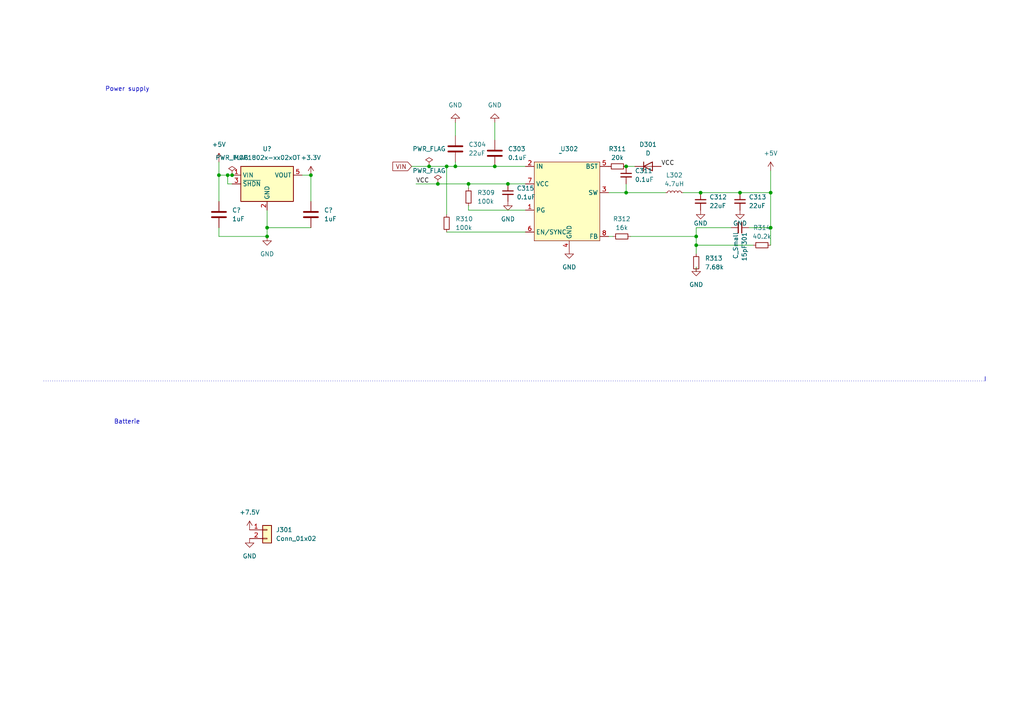
<source format=kicad_sch>
(kicad_sch (version 20230121) (generator eeschema)

  (uuid 741fb44d-17e2-4682-9f0e-101c5ca313c8)

  (paper "A4")

  (lib_symbols
    (symbol "+7.5V_1" (power) (pin_names (offset 0)) (in_bom yes) (on_board yes)
      (property "Reference" "#PWR" (at 0 -3.81 0)
        (effects (font (size 1.27 1.27)) hide)
      )
      (property "Value" "+7.5V_1" (at 0 3.556 0)
        (effects (font (size 1.27 1.27)))
      )
      (property "Footprint" "" (at 0 0 0)
        (effects (font (size 1.27 1.27)) hide)
      )
      (property "Datasheet" "" (at 0 0 0)
        (effects (font (size 1.27 1.27)) hide)
      )
      (property "ki_keywords" "global power" (at 0 0 0)
        (effects (font (size 1.27 1.27)) hide)
      )
      (property "ki_description" "Power symbol creates a global label with name \"+7.5V\"" (at 0 0 0)
        (effects (font (size 1.27 1.27)) hide)
      )
      (symbol "+7.5V_1_0_1"
        (polyline
          (pts
            (xy -0.762 1.27)
            (xy 0 2.54)
          )
          (stroke (width 0) (type default))
          (fill (type none))
        )
        (polyline
          (pts
            (xy 0 0)
            (xy 0 2.54)
          )
          (stroke (width 0) (type default))
          (fill (type none))
        )
        (polyline
          (pts
            (xy 0 2.54)
            (xy 0.762 1.27)
          )
          (stroke (width 0) (type default))
          (fill (type none))
        )
      )
      (symbol "+7.5V_1_1_1"
        (pin power_in line (at 0 0 90) (length 0) hide
          (name "+7.5V" (effects (font (size 1.27 1.27))))
          (number "1" (effects (font (size 1.27 1.27))))
        )
      )
    )
    (symbol "Connector_Generic:Conn_01x02" (pin_names (offset 1.016) hide) (in_bom yes) (on_board yes)
      (property "Reference" "J" (at 0 2.54 0)
        (effects (font (size 1.27 1.27)))
      )
      (property "Value" "Conn_01x02" (at 0 -5.08 0)
        (effects (font (size 1.27 1.27)))
      )
      (property "Footprint" "" (at 0 0 0)
        (effects (font (size 1.27 1.27)) hide)
      )
      (property "Datasheet" "~" (at 0 0 0)
        (effects (font (size 1.27 1.27)) hide)
      )
      (property "ki_keywords" "connector" (at 0 0 0)
        (effects (font (size 1.27 1.27)) hide)
      )
      (property "ki_description" "Generic connector, single row, 01x02, script generated (kicad-library-utils/schlib/autogen/connector/)" (at 0 0 0)
        (effects (font (size 1.27 1.27)) hide)
      )
      (property "ki_fp_filters" "Connector*:*_1x??_*" (at 0 0 0)
        (effects (font (size 1.27 1.27)) hide)
      )
      (symbol "Conn_01x02_1_1"
        (rectangle (start -1.27 -2.413) (end 0 -2.667)
          (stroke (width 0.1524) (type default))
          (fill (type none))
        )
        (rectangle (start -1.27 0.127) (end 0 -0.127)
          (stroke (width 0.1524) (type default))
          (fill (type none))
        )
        (rectangle (start -1.27 1.27) (end 1.27 -3.81)
          (stroke (width 0.254) (type default))
          (fill (type background))
        )
        (pin passive line (at -5.08 0 0) (length 3.81)
          (name "Pin_1" (effects (font (size 1.27 1.27))))
          (number "1" (effects (font (size 1.27 1.27))))
        )
        (pin passive line (at -5.08 -2.54 0) (length 3.81)
          (name "Pin_2" (effects (font (size 1.27 1.27))))
          (number "2" (effects (font (size 1.27 1.27))))
        )
      )
    )
    (symbol "Device:C" (pin_numbers hide) (pin_names (offset 0.254)) (in_bom yes) (on_board yes)
      (property "Reference" "C" (at 0.635 2.54 0)
        (effects (font (size 1.27 1.27)) (justify left))
      )
      (property "Value" "C" (at 0.635 -2.54 0)
        (effects (font (size 1.27 1.27)) (justify left))
      )
      (property "Footprint" "" (at 0.9652 -3.81 0)
        (effects (font (size 1.27 1.27)) hide)
      )
      (property "Datasheet" "~" (at 0 0 0)
        (effects (font (size 1.27 1.27)) hide)
      )
      (property "ki_keywords" "cap capacitor" (at 0 0 0)
        (effects (font (size 1.27 1.27)) hide)
      )
      (property "ki_description" "Unpolarized capacitor" (at 0 0 0)
        (effects (font (size 1.27 1.27)) hide)
      )
      (property "ki_fp_filters" "C_*" (at 0 0 0)
        (effects (font (size 1.27 1.27)) hide)
      )
      (symbol "C_0_1"
        (polyline
          (pts
            (xy -2.032 -0.762)
            (xy 2.032 -0.762)
          )
          (stroke (width 0.508) (type default))
          (fill (type none))
        )
        (polyline
          (pts
            (xy -2.032 0.762)
            (xy 2.032 0.762)
          )
          (stroke (width 0.508) (type default))
          (fill (type none))
        )
      )
      (symbol "C_1_1"
        (pin passive line (at 0 3.81 270) (length 2.794)
          (name "~" (effects (font (size 1.27 1.27))))
          (number "1" (effects (font (size 1.27 1.27))))
        )
        (pin passive line (at 0 -3.81 90) (length 2.794)
          (name "~" (effects (font (size 1.27 1.27))))
          (number "2" (effects (font (size 1.27 1.27))))
        )
      )
    )
    (symbol "Device:C_Small" (pin_numbers hide) (pin_names (offset 0.254) hide) (in_bom yes) (on_board yes)
      (property "Reference" "C" (at 0.254 1.778 0)
        (effects (font (size 1.27 1.27)) (justify left))
      )
      (property "Value" "C_Small" (at 0.254 -2.032 0)
        (effects (font (size 1.27 1.27)) (justify left))
      )
      (property "Footprint" "" (at 0 0 0)
        (effects (font (size 1.27 1.27)) hide)
      )
      (property "Datasheet" "~" (at 0 0 0)
        (effects (font (size 1.27 1.27)) hide)
      )
      (property "ki_keywords" "capacitor cap" (at 0 0 0)
        (effects (font (size 1.27 1.27)) hide)
      )
      (property "ki_description" "Unpolarized capacitor, small symbol" (at 0 0 0)
        (effects (font (size 1.27 1.27)) hide)
      )
      (property "ki_fp_filters" "C_*" (at 0 0 0)
        (effects (font (size 1.27 1.27)) hide)
      )
      (symbol "C_Small_0_1"
        (polyline
          (pts
            (xy -1.524 -0.508)
            (xy 1.524 -0.508)
          )
          (stroke (width 0.3302) (type default))
          (fill (type none))
        )
        (polyline
          (pts
            (xy -1.524 0.508)
            (xy 1.524 0.508)
          )
          (stroke (width 0.3048) (type default))
          (fill (type none))
        )
      )
      (symbol "C_Small_1_1"
        (pin passive line (at 0 2.54 270) (length 2.032)
          (name "~" (effects (font (size 1.27 1.27))))
          (number "1" (effects (font (size 1.27 1.27))))
        )
        (pin passive line (at 0 -2.54 90) (length 2.032)
          (name "~" (effects (font (size 1.27 1.27))))
          (number "2" (effects (font (size 1.27 1.27))))
        )
      )
    )
    (symbol "Device:D" (pin_numbers hide) (pin_names (offset 1.016) hide) (in_bom yes) (on_board yes)
      (property "Reference" "D" (at 0 2.54 0)
        (effects (font (size 1.27 1.27)))
      )
      (property "Value" "D" (at 0 -2.54 0)
        (effects (font (size 1.27 1.27)))
      )
      (property "Footprint" "" (at 0 0 0)
        (effects (font (size 1.27 1.27)) hide)
      )
      (property "Datasheet" "~" (at 0 0 0)
        (effects (font (size 1.27 1.27)) hide)
      )
      (property "Sim.Device" "D" (at 0 0 0)
        (effects (font (size 1.27 1.27)) hide)
      )
      (property "Sim.Pins" "1=K 2=A" (at 0 0 0)
        (effects (font (size 1.27 1.27)) hide)
      )
      (property "ki_keywords" "diode" (at 0 0 0)
        (effects (font (size 1.27 1.27)) hide)
      )
      (property "ki_description" "Diode" (at 0 0 0)
        (effects (font (size 1.27 1.27)) hide)
      )
      (property "ki_fp_filters" "TO-???* *_Diode_* *SingleDiode* D_*" (at 0 0 0)
        (effects (font (size 1.27 1.27)) hide)
      )
      (symbol "D_0_1"
        (polyline
          (pts
            (xy -1.27 1.27)
            (xy -1.27 -1.27)
          )
          (stroke (width 0.254) (type default))
          (fill (type none))
        )
        (polyline
          (pts
            (xy 1.27 0)
            (xy -1.27 0)
          )
          (stroke (width 0) (type default))
          (fill (type none))
        )
        (polyline
          (pts
            (xy 1.27 1.27)
            (xy 1.27 -1.27)
            (xy -1.27 0)
            (xy 1.27 1.27)
          )
          (stroke (width 0.254) (type default))
          (fill (type none))
        )
      )
      (symbol "D_1_1"
        (pin passive line (at -3.81 0 0) (length 2.54)
          (name "K" (effects (font (size 1.27 1.27))))
          (number "1" (effects (font (size 1.27 1.27))))
        )
        (pin passive line (at 3.81 0 180) (length 2.54)
          (name "A" (effects (font (size 1.27 1.27))))
          (number "2" (effects (font (size 1.27 1.27))))
        )
      )
    )
    (symbol "Device:L_Small" (pin_numbers hide) (pin_names (offset 0.254) hide) (in_bom yes) (on_board yes)
      (property "Reference" "L" (at 0.762 1.016 0)
        (effects (font (size 1.27 1.27)) (justify left))
      )
      (property "Value" "L_Small" (at 0.762 -1.016 0)
        (effects (font (size 1.27 1.27)) (justify left))
      )
      (property "Footprint" "" (at 0 0 0)
        (effects (font (size 1.27 1.27)) hide)
      )
      (property "Datasheet" "~" (at 0 0 0)
        (effects (font (size 1.27 1.27)) hide)
      )
      (property "ki_keywords" "inductor choke coil reactor magnetic" (at 0 0 0)
        (effects (font (size 1.27 1.27)) hide)
      )
      (property "ki_description" "Inductor, small symbol" (at 0 0 0)
        (effects (font (size 1.27 1.27)) hide)
      )
      (property "ki_fp_filters" "Choke_* *Coil* Inductor_* L_*" (at 0 0 0)
        (effects (font (size 1.27 1.27)) hide)
      )
      (symbol "L_Small_0_1"
        (arc (start 0 -2.032) (mid 0.5058 -1.524) (end 0 -1.016)
          (stroke (width 0) (type default))
          (fill (type none))
        )
        (arc (start 0 -1.016) (mid 0.5058 -0.508) (end 0 0)
          (stroke (width 0) (type default))
          (fill (type none))
        )
        (arc (start 0 0) (mid 0.5058 0.508) (end 0 1.016)
          (stroke (width 0) (type default))
          (fill (type none))
        )
        (arc (start 0 1.016) (mid 0.5058 1.524) (end 0 2.032)
          (stroke (width 0) (type default))
          (fill (type none))
        )
      )
      (symbol "L_Small_1_1"
        (pin passive line (at 0 2.54 270) (length 0.508)
          (name "~" (effects (font (size 1.27 1.27))))
          (number "1" (effects (font (size 1.27 1.27))))
        )
        (pin passive line (at 0 -2.54 90) (length 0.508)
          (name "~" (effects (font (size 1.27 1.27))))
          (number "2" (effects (font (size 1.27 1.27))))
        )
      )
    )
    (symbol "Device:R_Small" (pin_numbers hide) (pin_names (offset 0.254) hide) (in_bom yes) (on_board yes)
      (property "Reference" "R" (at 0.762 0.508 0)
        (effects (font (size 1.27 1.27)) (justify left))
      )
      (property "Value" "R_Small" (at 0.762 -1.016 0)
        (effects (font (size 1.27 1.27)) (justify left))
      )
      (property "Footprint" "" (at 0 0 0)
        (effects (font (size 1.27 1.27)) hide)
      )
      (property "Datasheet" "~" (at 0 0 0)
        (effects (font (size 1.27 1.27)) hide)
      )
      (property "ki_keywords" "R resistor" (at 0 0 0)
        (effects (font (size 1.27 1.27)) hide)
      )
      (property "ki_description" "Resistor, small symbol" (at 0 0 0)
        (effects (font (size 1.27 1.27)) hide)
      )
      (property "ki_fp_filters" "R_*" (at 0 0 0)
        (effects (font (size 1.27 1.27)) hide)
      )
      (symbol "R_Small_0_1"
        (rectangle (start -0.762 1.778) (end 0.762 -1.778)
          (stroke (width 0.2032) (type default))
          (fill (type none))
        )
      )
      (symbol "R_Small_1_1"
        (pin passive line (at 0 2.54 270) (length 0.762)
          (name "~" (effects (font (size 1.27 1.27))))
          (number "1" (effects (font (size 1.27 1.27))))
        )
        (pin passive line (at 0 -2.54 90) (length 0.762)
          (name "~" (effects (font (size 1.27 1.27))))
          (number "2" (effects (font (size 1.27 1.27))))
        )
      )
    )
    (symbol "GND_1" (power) (pin_names (offset 0)) (in_bom yes) (on_board yes)
      (property "Reference" "#PWR" (at 0 -6.35 0)
        (effects (font (size 1.27 1.27)) hide)
      )
      (property "Value" "GND_1" (at 0 -3.81 0)
        (effects (font (size 1.27 1.27)))
      )
      (property "Footprint" "" (at 0 0 0)
        (effects (font (size 1.27 1.27)) hide)
      )
      (property "Datasheet" "" (at 0 0 0)
        (effects (font (size 1.27 1.27)) hide)
      )
      (property "ki_keywords" "global power" (at 0 0 0)
        (effects (font (size 1.27 1.27)) hide)
      )
      (property "ki_description" "Power symbol creates a global label with name \"GND\" , ground" (at 0 0 0)
        (effects (font (size 1.27 1.27)) hide)
      )
      (symbol "GND_1_0_1"
        (polyline
          (pts
            (xy 0 0)
            (xy 0 -1.27)
            (xy 1.27 -1.27)
            (xy 0 -2.54)
            (xy -1.27 -1.27)
            (xy 0 -1.27)
          )
          (stroke (width 0) (type default))
          (fill (type none))
        )
      )
      (symbol "GND_1_1_1"
        (pin power_in line (at 0 0 270) (length 0) hide
          (name "GND" (effects (font (size 1.27 1.27))))
          (number "1" (effects (font (size 1.27 1.27))))
        )
      )
    )
    (symbol "GND_2" (power) (pin_names (offset 0)) (in_bom yes) (on_board yes)
      (property "Reference" "#PWR" (at 0 -6.35 0)
        (effects (font (size 1.27 1.27)) hide)
      )
      (property "Value" "GND_2" (at 0 -3.81 0)
        (effects (font (size 1.27 1.27)))
      )
      (property "Footprint" "" (at 0 0 0)
        (effects (font (size 1.27 1.27)) hide)
      )
      (property "Datasheet" "" (at 0 0 0)
        (effects (font (size 1.27 1.27)) hide)
      )
      (property "ki_keywords" "global power" (at 0 0 0)
        (effects (font (size 1.27 1.27)) hide)
      )
      (property "ki_description" "Power symbol creates a global label with name \"GND\" , ground" (at 0 0 0)
        (effects (font (size 1.27 1.27)) hide)
      )
      (symbol "GND_2_0_1"
        (polyline
          (pts
            (xy 0 0)
            (xy 0 -1.27)
            (xy 1.27 -1.27)
            (xy 0 -2.54)
            (xy -1.27 -1.27)
            (xy 0 -1.27)
          )
          (stroke (width 0) (type default))
          (fill (type none))
        )
      )
      (symbol "GND_2_1_1"
        (pin power_in line (at 0 0 270) (length 0) hide
          (name "GND" (effects (font (size 1.27 1.27))))
          (number "1" (effects (font (size 1.27 1.27))))
        )
      )
    )
    (symbol "GND_3" (power) (pin_names (offset 0)) (in_bom yes) (on_board yes)
      (property "Reference" "#PWR" (at 0 -6.35 0)
        (effects (font (size 1.27 1.27)) hide)
      )
      (property "Value" "GND_3" (at 0 -3.81 0)
        (effects (font (size 1.27 1.27)))
      )
      (property "Footprint" "" (at 0 0 0)
        (effects (font (size 1.27 1.27)) hide)
      )
      (property "Datasheet" "" (at 0 0 0)
        (effects (font (size 1.27 1.27)) hide)
      )
      (property "ki_keywords" "global power" (at 0 0 0)
        (effects (font (size 1.27 1.27)) hide)
      )
      (property "ki_description" "Power symbol creates a global label with name \"GND\" , ground" (at 0 0 0)
        (effects (font (size 1.27 1.27)) hide)
      )
      (symbol "GND_3_0_1"
        (polyline
          (pts
            (xy 0 0)
            (xy 0 -1.27)
            (xy 1.27 -1.27)
            (xy 0 -2.54)
            (xy -1.27 -1.27)
            (xy 0 -1.27)
          )
          (stroke (width 0) (type default))
          (fill (type none))
        )
      )
      (symbol "GND_3_1_1"
        (pin power_in line (at 0 0 270) (length 0) hide
          (name "GND" (effects (font (size 1.27 1.27))))
          (number "1" (effects (font (size 1.27 1.27))))
        )
      )
    )
    (symbol "MP1475:MP1475" (in_bom yes) (on_board yes)
      (property "Reference" "U" (at 0 0 0)
        (effects (font (size 1.27 1.27)))
      )
      (property "Value" "" (at 0 0 0)
        (effects (font (size 1.27 1.27)))
      )
      (property "Footprint" "" (at 0 0 0)
        (effects (font (size 1.27 1.27)) hide)
      )
      (property "Datasheet" "" (at 0 0 0)
        (effects (font (size 1.27 1.27)) hide)
      )
      (symbol "MP1475_1_1"
        (rectangle (start -7.62 -2.54) (end 11.43 -25.4)
          (stroke (width 0) (type default))
          (fill (type background))
        )
        (pin power_out line (at -10.16 -16.51 0) (length 2.54)
          (name "PG" (effects (font (size 1.27 1.27))))
          (number "1" (effects (font (size 1.27 1.27))))
        )
        (pin power_in line (at -10.16 -3.81 0) (length 2.54)
          (name "IN" (effects (font (size 1.27 1.27))))
          (number "2" (effects (font (size 1.27 1.27))))
        )
        (pin bidirectional line (at 13.97 -11.43 180) (length 2.54)
          (name "SW" (effects (font (size 1.27 1.27))))
          (number "3" (effects (font (size 1.27 1.27))))
        )
        (pin power_in line (at 2.54 -27.94 90) (length 2.54)
          (name "GND" (effects (font (size 1.27 1.27))))
          (number "4" (effects (font (size 1.27 1.27))))
        )
        (pin bidirectional line (at 13.97 -3.81 180) (length 2.54)
          (name "BST" (effects (font (size 1.27 1.27))))
          (number "5" (effects (font (size 1.27 1.27))))
        )
        (pin bidirectional line (at -10.16 -22.86 0) (length 2.54)
          (name "EN/SYNC" (effects (font (size 1.27 1.27))))
          (number "6" (effects (font (size 1.27 1.27))))
        )
        (pin power_in line (at -10.16 -8.89 0) (length 2.54)
          (name "VCC" (effects (font (size 1.27 1.27))))
          (number "7" (effects (font (size 1.27 1.27))))
        )
        (pin bidirectional line (at 13.97 -24.13 180) (length 2.54)
          (name "FB" (effects (font (size 1.27 1.27))))
          (number "8" (effects (font (size 1.27 1.27))))
        )
      )
    )
    (symbol "Regulator_Linear:MCP1802x-xx02xOT" (in_bom yes) (on_board yes)
      (property "Reference" "U" (at -6.35 6.35 0)
        (effects (font (size 1.27 1.27)) (justify left))
      )
      (property "Value" "MCP1802x-xx02xOT" (at 0 6.35 0)
        (effects (font (size 1.27 1.27)) (justify left))
      )
      (property "Footprint" "Package_TO_SOT_SMD:SOT-23-5" (at -6.35 8.89 0)
        (effects (font (size 1.27 1.27) italic) (justify left) hide)
      )
      (property "Datasheet" "http://ww1.microchip.com/downloads/en/DeviceDoc/22053C.pdf" (at 0 -2.54 0)
        (effects (font (size 1.27 1.27)) hide)
      )
      (property "ki_keywords" "LDO Linear Voltage Regulator" (at 0 0 0)
        (effects (font (size 1.27 1.27)) hide)
      )
      (property "ki_description" "150mA, Tiny CMOS LDO With Shutdown, Fixed Voltage, SOT-23-5" (at 0 0 0)
        (effects (font (size 1.27 1.27)) hide)
      )
      (property "ki_fp_filters" "SOT?23*" (at 0 0 0)
        (effects (font (size 1.27 1.27)) hide)
      )
      (symbol "MCP1802x-xx02xOT_0_1"
        (rectangle (start -7.62 5.08) (end 7.62 -5.08)
          (stroke (width 0.254) (type default))
          (fill (type background))
        )
      )
      (symbol "MCP1802x-xx02xOT_1_1"
        (pin power_in line (at -10.16 2.54 0) (length 2.54)
          (name "VIN" (effects (font (size 1.27 1.27))))
          (number "1" (effects (font (size 1.27 1.27))))
        )
        (pin power_in line (at 0 -7.62 90) (length 2.54)
          (name "GND" (effects (font (size 1.27 1.27))))
          (number "2" (effects (font (size 1.27 1.27))))
        )
        (pin input line (at -10.16 0 0) (length 2.54)
          (name "~{SHDN}" (effects (font (size 1.27 1.27))))
          (number "3" (effects (font (size 1.27 1.27))))
        )
        (pin no_connect line (at 7.62 0 180) (length 2.54) hide
          (name "NC" (effects (font (size 1.27 1.27))))
          (number "4" (effects (font (size 1.27 1.27))))
        )
        (pin power_out line (at 10.16 2.54 180) (length 2.54)
          (name "VOUT" (effects (font (size 1.27 1.27))))
          (number "5" (effects (font (size 1.27 1.27))))
        )
      )
    )
    (symbol "power:+3.3V" (power) (pin_names (offset 0)) (in_bom yes) (on_board yes)
      (property "Reference" "#PWR" (at 0 -3.81 0)
        (effects (font (size 1.27 1.27)) hide)
      )
      (property "Value" "+3.3V" (at 0 3.556 0)
        (effects (font (size 1.27 1.27)))
      )
      (property "Footprint" "" (at 0 0 0)
        (effects (font (size 1.27 1.27)) hide)
      )
      (property "Datasheet" "" (at 0 0 0)
        (effects (font (size 1.27 1.27)) hide)
      )
      (property "ki_keywords" "global power" (at 0 0 0)
        (effects (font (size 1.27 1.27)) hide)
      )
      (property "ki_description" "Power symbol creates a global label with name \"+3.3V\"" (at 0 0 0)
        (effects (font (size 1.27 1.27)) hide)
      )
      (symbol "+3.3V_0_1"
        (polyline
          (pts
            (xy -0.762 1.27)
            (xy 0 2.54)
          )
          (stroke (width 0) (type default))
          (fill (type none))
        )
        (polyline
          (pts
            (xy 0 0)
            (xy 0 2.54)
          )
          (stroke (width 0) (type default))
          (fill (type none))
        )
        (polyline
          (pts
            (xy 0 2.54)
            (xy 0.762 1.27)
          )
          (stroke (width 0) (type default))
          (fill (type none))
        )
      )
      (symbol "+3.3V_1_1"
        (pin power_in line (at 0 0 90) (length 0) hide
          (name "+3.3V" (effects (font (size 1.27 1.27))))
          (number "1" (effects (font (size 1.27 1.27))))
        )
      )
    )
    (symbol "power:+5V" (power) (pin_names (offset 0)) (in_bom yes) (on_board yes)
      (property "Reference" "#PWR" (at 0 -3.81 0)
        (effects (font (size 1.27 1.27)) hide)
      )
      (property "Value" "+5V" (at 0 3.556 0)
        (effects (font (size 1.27 1.27)))
      )
      (property "Footprint" "" (at 0 0 0)
        (effects (font (size 1.27 1.27)) hide)
      )
      (property "Datasheet" "" (at 0 0 0)
        (effects (font (size 1.27 1.27)) hide)
      )
      (property "ki_keywords" "global power" (at 0 0 0)
        (effects (font (size 1.27 1.27)) hide)
      )
      (property "ki_description" "Power symbol creates a global label with name \"+5V\"" (at 0 0 0)
        (effects (font (size 1.27 1.27)) hide)
      )
      (symbol "+5V_0_1"
        (polyline
          (pts
            (xy -0.762 1.27)
            (xy 0 2.54)
          )
          (stroke (width 0) (type default))
          (fill (type none))
        )
        (polyline
          (pts
            (xy 0 0)
            (xy 0 2.54)
          )
          (stroke (width 0) (type default))
          (fill (type none))
        )
        (polyline
          (pts
            (xy 0 2.54)
            (xy 0.762 1.27)
          )
          (stroke (width 0) (type default))
          (fill (type none))
        )
      )
      (symbol "+5V_1_1"
        (pin power_in line (at 0 0 90) (length 0) hide
          (name "+5V" (effects (font (size 1.27 1.27))))
          (number "1" (effects (font (size 1.27 1.27))))
        )
      )
    )
    (symbol "power:GND" (power) (pin_names (offset 0)) (in_bom yes) (on_board yes)
      (property "Reference" "#PWR" (at 0 -6.35 0)
        (effects (font (size 1.27 1.27)) hide)
      )
      (property "Value" "GND" (at 0 -3.81 0)
        (effects (font (size 1.27 1.27)))
      )
      (property "Footprint" "" (at 0 0 0)
        (effects (font (size 1.27 1.27)) hide)
      )
      (property "Datasheet" "" (at 0 0 0)
        (effects (font (size 1.27 1.27)) hide)
      )
      (property "ki_keywords" "global power" (at 0 0 0)
        (effects (font (size 1.27 1.27)) hide)
      )
      (property "ki_description" "Power symbol creates a global label with name \"GND\" , ground" (at 0 0 0)
        (effects (font (size 1.27 1.27)) hide)
      )
      (symbol "GND_0_1"
        (polyline
          (pts
            (xy 0 0)
            (xy 0 -1.27)
            (xy 1.27 -1.27)
            (xy 0 -2.54)
            (xy -1.27 -1.27)
            (xy 0 -1.27)
          )
          (stroke (width 0) (type default))
          (fill (type none))
        )
      )
      (symbol "GND_1_1"
        (pin power_in line (at 0 0 270) (length 0) hide
          (name "GND" (effects (font (size 1.27 1.27))))
          (number "1" (effects (font (size 1.27 1.27))))
        )
      )
    )
    (symbol "power:PWR_FLAG" (power) (pin_numbers hide) (pin_names (offset 0) hide) (in_bom yes) (on_board yes)
      (property "Reference" "#FLG" (at 0 1.905 0)
        (effects (font (size 1.27 1.27)) hide)
      )
      (property "Value" "PWR_FLAG" (at 0 3.81 0)
        (effects (font (size 1.27 1.27)))
      )
      (property "Footprint" "" (at 0 0 0)
        (effects (font (size 1.27 1.27)) hide)
      )
      (property "Datasheet" "~" (at 0 0 0)
        (effects (font (size 1.27 1.27)) hide)
      )
      (property "ki_keywords" "flag power" (at 0 0 0)
        (effects (font (size 1.27 1.27)) hide)
      )
      (property "ki_description" "Special symbol for telling ERC where power comes from" (at 0 0 0)
        (effects (font (size 1.27 1.27)) hide)
      )
      (symbol "PWR_FLAG_0_0"
        (pin power_out line (at 0 0 90) (length 0)
          (name "pwr" (effects (font (size 1.27 1.27))))
          (number "1" (effects (font (size 1.27 1.27))))
        )
      )
      (symbol "PWR_FLAG_0_1"
        (polyline
          (pts
            (xy 0 0)
            (xy 0 1.27)
            (xy -1.016 1.905)
            (xy 0 2.54)
            (xy 1.016 1.905)
            (xy 0 1.27)
          )
          (stroke (width 0) (type default))
          (fill (type none))
        )
      )
    )
  )

  (junction (at 214.63 55.88) (diameter 0) (color 0 0 0 0)
    (uuid 02654c86-9d6a-4f2c-bbdb-260692744b14)
  )
  (junction (at 223.52 55.88) (diameter 0) (color 0 0 0 0)
    (uuid 08335981-5c5a-4847-b50b-49f2d8136d96)
  )
  (junction (at 135.89 53.34) (diameter 0) (color 0 0 0 0)
    (uuid 148d6c29-02a6-4e5e-a5d9-6f3eb936d0b9)
  )
  (junction (at 63.5 50.8) (diameter 0) (color 0 0 0 0)
    (uuid 1680ba51-5b2f-4fea-9d52-d0299175c298)
  )
  (junction (at 67.31 50.8) (diameter 0) (color 0 0 0 0)
    (uuid 32833676-d13f-4d09-9be8-053b87267815)
  )
  (junction (at 143.51 48.26) (diameter 0) (color 0 0 0 0)
    (uuid 3d0f4cff-a69d-40ff-98f3-7f9bc6fbcd20)
  )
  (junction (at 129.54 48.26) (diameter 0) (color 0 0 0 0)
    (uuid 4b41df99-dfd8-4105-b514-c4285644acee)
  )
  (junction (at 66.04 50.8) (diameter 0) (color 0 0 0 0)
    (uuid 544af17e-978e-481d-a76f-83e44b0df0d2)
  )
  (junction (at 77.47 66.04) (diameter 0) (color 0 0 0 0)
    (uuid 614a829a-f39b-43d2-af0a-53614e1ec9f6)
  )
  (junction (at 124.46 48.26) (diameter 0) (color 0 0 0 0)
    (uuid 63c768e1-a212-4f1d-90d1-6b0a991c8845)
  )
  (junction (at 223.52 66.04) (diameter 0) (color 0 0 0 0)
    (uuid 8778cb75-a474-47e0-bdc4-54edda0aebe5)
  )
  (junction (at 147.32 53.34) (diameter 0) (color 0 0 0 0)
    (uuid bbd78521-78f3-41bb-a0fc-93d96fa24289)
  )
  (junction (at 203.2 55.88) (diameter 0) (color 0 0 0 0)
    (uuid c340ddf1-2e2a-4651-826d-0ef47ca2c87f)
  )
  (junction (at 127 53.34) (diameter 0) (color 0 0 0 0)
    (uuid c4aef3c4-73e6-41f9-b0f9-1a94455750db)
  )
  (junction (at 181.61 55.88) (diameter 0) (color 0 0 0 0)
    (uuid c540451a-ae12-4189-be2c-dd1e4ea6b468)
  )
  (junction (at 77.47 68.58) (diameter 0) (color 0 0 0 0)
    (uuid d5edf35f-173b-49b0-b415-534a389a6b38)
  )
  (junction (at 90.17 50.8) (diameter 0) (color 0 0 0 0)
    (uuid d89d2d0e-b05d-4b03-99e8-94b2340ce3f5)
  )
  (junction (at 181.61 48.26) (diameter 0) (color 0 0 0 0)
    (uuid e165a98d-a915-4c60-8ba4-2c48dd6087fd)
  )
  (junction (at 201.93 68.58) (diameter 0) (color 0 0 0 0)
    (uuid e9563763-f4d7-4199-aa0e-4f601b235627)
  )
  (junction (at 132.08 48.26) (diameter 0) (color 0 0 0 0)
    (uuid f01af5d2-7921-4191-bea2-0dbc7a16e38a)
  )
  (junction (at 201.93 71.12) (diameter 0) (color 0 0 0 0)
    (uuid f7cc4314-52ec-4ee7-9295-1ba8491f5d50)
  )

  (wire (pts (xy 201.93 66.04) (xy 201.93 68.58))
    (stroke (width 0) (type default))
    (uuid 02d79e29-7984-4b9f-b9a1-ddc29ae0ea5f)
  )
  (wire (pts (xy 182.88 68.58) (xy 201.93 68.58))
    (stroke (width 0) (type default))
    (uuid 13b36932-9af2-4595-8a1b-998e9085653b)
  )
  (polyline (pts (xy 12.7 110.49) (xy 285.75 110.49))
    (stroke (width 0) (type dot))
    (uuid 168a9580-4666-4433-96cc-2dd168434cd6)
  )

  (wire (pts (xy 63.5 66.04) (xy 63.5 68.58))
    (stroke (width 0) (type default))
    (uuid 1c206c5f-f453-48d1-a7ab-1fb2131864c9)
  )
  (wire (pts (xy 132.08 46.99) (xy 132.08 48.26))
    (stroke (width 0) (type default))
    (uuid 1d749c43-4fb8-4435-b167-443b899ac282)
  )
  (wire (pts (xy 223.52 55.88) (xy 223.52 66.04))
    (stroke (width 0) (type default))
    (uuid 1f2c355a-f347-48ca-8916-bf420ebacadc)
  )
  (wire (pts (xy 143.51 48.26) (xy 152.4 48.26))
    (stroke (width 0) (type default))
    (uuid 2190f2b0-b3cc-40f3-bcd7-94e89ddb51ba)
  )
  (wire (pts (xy 77.47 66.04) (xy 77.47 60.96))
    (stroke (width 0) (type default))
    (uuid 23cd64dc-e5d5-424e-a05d-d9c6e0d58334)
  )
  (wire (pts (xy 129.54 67.31) (xy 152.4 67.31))
    (stroke (width 0) (type default))
    (uuid 283337bc-4dc7-431f-8edb-eae62d7e91a1)
  )
  (wire (pts (xy 129.54 48.26) (xy 129.54 62.23))
    (stroke (width 0) (type default))
    (uuid 2ad88aa0-132a-4026-a37c-898345caa40f)
  )
  (wire (pts (xy 198.12 55.88) (xy 203.2 55.88))
    (stroke (width 0) (type default))
    (uuid 2efdb7cb-7ad2-4a46-873e-d98499ba273c)
  )
  (wire (pts (xy 66.04 50.8) (xy 67.31 50.8))
    (stroke (width 0) (type default))
    (uuid 329d526b-9141-471b-8958-1d3f65b0ba27)
  )
  (wire (pts (xy 67.31 53.34) (xy 66.04 53.34))
    (stroke (width 0) (type default))
    (uuid 3adbc624-5119-4e49-8955-0d76221142bf)
  )
  (wire (pts (xy 132.08 35.56) (xy 132.08 39.37))
    (stroke (width 0) (type default))
    (uuid 45c5443e-3987-4afd-9c9b-1bbdad1dee1d)
  )
  (wire (pts (xy 129.54 48.26) (xy 132.08 48.26))
    (stroke (width 0) (type default))
    (uuid 5040aec5-122b-4013-b9cc-45a2d6e2c0fe)
  )
  (wire (pts (xy 201.93 73.66) (xy 201.93 71.12))
    (stroke (width 0) (type default))
    (uuid 5fe90dbf-987d-4350-9119-5c23a31d1421)
  )
  (wire (pts (xy 181.61 53.34) (xy 181.61 55.88))
    (stroke (width 0) (type default))
    (uuid 6d2d0064-8036-4b14-b832-e334309c9f00)
  )
  (wire (pts (xy 90.17 58.42) (xy 90.17 50.8))
    (stroke (width 0) (type default))
    (uuid 6ee5dc6c-d62f-4e9e-888d-8e0fec491b78)
  )
  (wire (pts (xy 63.5 46.99) (xy 63.5 50.8))
    (stroke (width 0) (type default))
    (uuid 77d1ab61-ebc5-47b7-91f1-c091c397a887)
  )
  (wire (pts (xy 201.93 78.74) (xy 201.93 77.47))
    (stroke (width 0) (type default))
    (uuid 7a2deb35-d49b-4b07-9bb8-5b7f7290effe)
  )
  (wire (pts (xy 193.04 55.88) (xy 181.61 55.88))
    (stroke (width 0) (type default))
    (uuid 8a01aed7-b23b-4971-81a0-5fa8f4663289)
  )
  (wire (pts (xy 127 53.34) (xy 135.89 53.34))
    (stroke (width 0) (type default))
    (uuid 8acb54a5-17a6-4a7c-b254-73d3139f1920)
  )
  (wire (pts (xy 214.63 55.88) (xy 223.52 55.88))
    (stroke (width 0) (type default))
    (uuid 8ee31382-1bb4-412e-8b5c-62d14f283193)
  )
  (wire (pts (xy 177.8 68.58) (xy 176.53 68.58))
    (stroke (width 0) (type default))
    (uuid 91cf854c-f006-473a-8a38-7e76e6a2bd2a)
  )
  (wire (pts (xy 217.17 66.04) (xy 223.52 66.04))
    (stroke (width 0) (type default))
    (uuid 94756fbb-f843-4151-a39f-f022599a6913)
  )
  (wire (pts (xy 201.93 66.04) (xy 212.09 66.04))
    (stroke (width 0) (type default))
    (uuid 95e29cb5-343f-4659-94d4-b7140a0f360e)
  )
  (wire (pts (xy 223.52 66.04) (xy 223.52 71.12))
    (stroke (width 0) (type default))
    (uuid 9605adef-d5e3-4c75-8fa0-546dfe2f01be)
  )
  (wire (pts (xy 135.89 60.96) (xy 152.4 60.96))
    (stroke (width 0) (type default))
    (uuid 97844490-6fda-4e1d-b64c-e883dce88eef)
  )
  (wire (pts (xy 124.46 48.26) (xy 129.54 48.26))
    (stroke (width 0) (type default))
    (uuid 9aa62006-239f-430b-9df9-3b8bfd1245e9)
  )
  (wire (pts (xy 147.32 53.34) (xy 152.4 53.34))
    (stroke (width 0) (type default))
    (uuid 9c06df74-4c53-4d9e-8177-f3cbc831439d)
  )
  (wire (pts (xy 135.89 53.34) (xy 147.32 53.34))
    (stroke (width 0) (type default))
    (uuid 9c9a519e-50cc-49ee-9c4f-5c87354e9542)
  )
  (wire (pts (xy 66.04 53.34) (xy 66.04 50.8))
    (stroke (width 0) (type default))
    (uuid 9cd3df07-9063-4a71-9b2f-ded89c121670)
  )
  (wire (pts (xy 135.89 59.69) (xy 135.89 60.96))
    (stroke (width 0) (type default))
    (uuid 9cfa209b-6cf3-4918-bc15-2f59ee4b295b)
  )
  (wire (pts (xy 203.2 55.88) (xy 214.63 55.88))
    (stroke (width 0) (type default))
    (uuid a446cffd-6a14-4f94-b597-e82f9749bd87)
  )
  (wire (pts (xy 223.52 49.53) (xy 223.52 55.88))
    (stroke (width 0) (type default))
    (uuid a47285e5-fa38-4d2c-b003-971c911d5d80)
  )
  (wire (pts (xy 63.5 58.42) (xy 63.5 50.8))
    (stroke (width 0) (type default))
    (uuid a65dc49c-9f28-403c-8d7c-bf8f454dae8b)
  )
  (wire (pts (xy 90.17 50.8) (xy 87.63 50.8))
    (stroke (width 0) (type default))
    (uuid a6ea04c1-151c-4286-b531-e59fdf146752)
  )
  (wire (pts (xy 201.93 71.12) (xy 201.93 68.58))
    (stroke (width 0) (type default))
    (uuid ad3dca79-6011-40f3-854c-4211b8e1c067)
  )
  (wire (pts (xy 120.65 53.34) (xy 127 53.34))
    (stroke (width 0) (type default))
    (uuid c0141825-3166-4a49-8405-7f4e5d19fbe9)
  )
  (polyline (pts (xy 285.75 109.22) (xy 285.75 110.49))
    (stroke (width 0) (type default))
    (uuid c7782d17-caeb-4633-a43c-740475dd4f6b)
  )

  (wire (pts (xy 181.61 55.88) (xy 176.53 55.88))
    (stroke (width 0) (type default))
    (uuid c9b4775d-15f3-46fc-aefe-5913f8155b5f)
  )
  (wire (pts (xy 119.38 48.26) (xy 124.46 48.26))
    (stroke (width 0) (type default))
    (uuid cd1d3aca-e7b4-49c8-8c2f-086ef1116fe0)
  )
  (wire (pts (xy 63.5 68.58) (xy 77.47 68.58))
    (stroke (width 0) (type default))
    (uuid d14971b1-0c75-4654-909d-e2c5a2eef98b)
  )
  (wire (pts (xy 135.89 54.61) (xy 135.89 53.34))
    (stroke (width 0) (type default))
    (uuid d47ecbc7-0f39-4706-88f9-4fe92fc7b780)
  )
  (wire (pts (xy 63.5 50.8) (xy 66.04 50.8))
    (stroke (width 0) (type default))
    (uuid d52c5576-0dac-497a-a96c-2caa9cf756cd)
  )
  (wire (pts (xy 181.61 48.26) (xy 184.15 48.26))
    (stroke (width 0) (type default))
    (uuid dcd5314b-5586-4ae4-a620-14553e22c817)
  )
  (wire (pts (xy 77.47 68.58) (xy 77.47 66.04))
    (stroke (width 0) (type default))
    (uuid de5cd535-5e1f-4741-badd-4b2b8b9f4a38)
  )
  (wire (pts (xy 143.51 35.56) (xy 143.51 40.64))
    (stroke (width 0) (type default))
    (uuid defbe40a-1149-4da6-8a3f-c870715109db)
  )
  (wire (pts (xy 132.08 48.26) (xy 143.51 48.26))
    (stroke (width 0) (type default))
    (uuid e2abd58b-c282-45da-8ee7-e4b0f2e76350)
  )
  (wire (pts (xy 90.17 66.04) (xy 77.47 66.04))
    (stroke (width 0) (type default))
    (uuid eedf02e4-e25e-4f26-9a9d-f0e216b9c614)
  )
  (wire (pts (xy 201.93 71.12) (xy 218.44 71.12))
    (stroke (width 0) (type default))
    (uuid fc61168c-f873-4a8d-aaaf-0a1473a40111)
  )

  (text "Power supply\n" (at 30.48 26.67 0)
    (effects (font (size 1.27 1.27)) (justify left bottom))
    (uuid 518c4fa0-3c3a-4e58-bb45-0f7fc5752d0d)
  )
  (text "Batterie" (at 33.02 123.19 0)
    (effects (font (size 1.27 1.27)) (justify left bottom))
    (uuid d890f959-e2f1-451b-90b7-daaf4b84450e)
  )

  (label "VCC" (at 120.65 53.34 0) (fields_autoplaced)
    (effects (font (size 1.27 1.27)) (justify left bottom))
    (uuid 130118e3-ca73-423d-a238-055ed51b301e)
  )
  (label "VCC" (at 191.77 48.26 0) (fields_autoplaced)
    (effects (font (size 1.27 1.27)) (justify left bottom))
    (uuid 8e71f04d-d763-4953-8a41-65f7d8855e4d)
  )

  (global_label "VIN" (shape input) (at 119.38 48.26 180) (fields_autoplaced)
    (effects (font (size 1.27 1.27)) (justify right))
    (uuid b6c35d1f-9bed-4168-9c5a-5ec33440d380)
    (property "Intersheetrefs" "${INTERSHEET_REFS}" (at 113.3709 48.26 0)
      (effects (font (size 1.27 1.27)) (justify right) hide)
    )
  )

  (symbol (lib_id "Regulator_Linear:MCP1802x-xx02xOT") (at 77.47 53.34 0) (unit 1)
    (in_bom yes) (on_board yes) (dnp no) (fields_autoplaced)
    (uuid 0c6c5a21-a3fd-43e3-ace4-093eda995c34)
    (property "Reference" "U?" (at 77.47 43.18 0)
      (effects (font (size 1.27 1.27)))
    )
    (property "Value" "MCP1802x-xx02xOT" (at 77.47 45.72 0)
      (effects (font (size 1.27 1.27)))
    )
    (property "Footprint" "Package_TO_SOT_SMD:SOT-23-5" (at 71.12 44.45 0)
      (effects (font (size 1.27 1.27) italic) (justify left) hide)
    )
    (property "Datasheet" "http://ww1.microchip.com/downloads/en/DeviceDoc/22053C.pdf" (at 77.47 55.88 0)
      (effects (font (size 1.27 1.27)) hide)
    )
    (pin "1" (uuid 6952dbf7-1cfd-4dde-a00a-55a86bdac08f))
    (pin "2" (uuid a8cf8d21-c862-4333-8433-bbb310aa2983))
    (pin "3" (uuid 5f140d0c-82f5-4032-abaf-3675295b8eca))
    (pin "4" (uuid 7f2df5ef-70ef-4f8c-a864-3c4f215eaca3))
    (pin "5" (uuid a90cc5d1-54e8-4923-a8d4-2dc54bcb43b6))
    (instances
      (project "chat project"
        (path "/61d1f221-f082-4bfc-b26f-eb44521645ca/a49840b7-fc37-456b-bdfa-3e3ca28e31ac"
          (reference "U?") (unit 1)
        )
        (path "/61d1f221-f082-4bfc-b26f-eb44521645ca/2f1d2937-c699-41d8-807b-1d5b7f1efe3c"
          (reference "U301") (unit 1)
        )
      )
    )
  )

  (symbol (lib_id "power:PWR_FLAG") (at 127 53.34 0) (unit 1)
    (in_bom yes) (on_board yes) (dnp no)
    (uuid 15e3ad8c-9292-4120-b48b-ab220fc66505)
    (property "Reference" "#FLG0302" (at 127 51.435 0)
      (effects (font (size 1.27 1.27)) hide)
    )
    (property "Value" "PWR_FLAG" (at 124.46 49.53 0)
      (effects (font (size 1.27 1.27)))
    )
    (property "Footprint" "" (at 127 53.34 0)
      (effects (font (size 1.27 1.27)) hide)
    )
    (property "Datasheet" "~" (at 127 53.34 0)
      (effects (font (size 1.27 1.27)) hide)
    )
    (pin "1" (uuid 5ee0240e-0999-4c38-8913-5b5972a89ff9))
    (instances
      (project "chat project"
        (path "/61d1f221-f082-4bfc-b26f-eb44521645ca/2f1d2937-c699-41d8-807b-1d5b7f1efe3c"
          (reference "#FLG0302") (unit 1)
        )
      )
    )
  )

  (symbol (lib_id "Connector_Generic:Conn_01x02") (at 77.47 153.67 0) (unit 1)
    (in_bom yes) (on_board yes) (dnp no) (fields_autoplaced)
    (uuid 18079a53-a3e4-4b28-aab1-fd55fd680886)
    (property "Reference" "J301" (at 80.01 153.67 0)
      (effects (font (size 1.27 1.27)) (justify left))
    )
    (property "Value" "Conn_01x02" (at 80.01 156.21 0)
      (effects (font (size 1.27 1.27)) (justify left))
    )
    (property "Footprint" "Connector_PinHeader_2.54mm:PinHeader_1x02_P2.54mm_Vertical" (at 77.47 153.67 0)
      (effects (font (size 1.27 1.27)) hide)
    )
    (property "Datasheet" "~" (at 77.47 153.67 0)
      (effects (font (size 1.27 1.27)) hide)
    )
    (pin "1" (uuid 2c596c78-5bf0-4d7e-a504-275eeec317a8))
    (pin "2" (uuid bb578dc4-6dc0-46da-97f5-96b428c9f87f))
    (instances
      (project "chat project"
        (path "/61d1f221-f082-4bfc-b26f-eb44521645ca/2f1d2937-c699-41d8-807b-1d5b7f1efe3c"
          (reference "J301") (unit 1)
        )
      )
    )
  )

  (symbol (lib_id "Device:C_Small") (at 214.63 58.42 0) (unit 1)
    (in_bom yes) (on_board yes) (dnp no) (fields_autoplaced)
    (uuid 1921cd8e-37f5-465c-9a71-4cef65e65d96)
    (property "Reference" "C313" (at 217.17 57.1563 0)
      (effects (font (size 1.27 1.27)) (justify left))
    )
    (property "Value" "22uF" (at 217.17 59.6963 0)
      (effects (font (size 1.27 1.27)) (justify left))
    )
    (property "Footprint" "Capacitor_SMD:C_0603_1608Metric_Pad1.08x0.95mm_HandSolder" (at 214.63 58.42 0)
      (effects (font (size 1.27 1.27)) hide)
    )
    (property "Datasheet" "~" (at 214.63 58.42 0)
      (effects (font (size 1.27 1.27)) hide)
    )
    (pin "1" (uuid 3eda3662-dfa9-48b6-a77c-2faf1cc2c13f))
    (pin "2" (uuid 0b711efe-8262-4471-841f-e025e026e0f5))
    (instances
      (project "chat project"
        (path "/61d1f221-f082-4bfc-b26f-eb44521645ca/2f1d2937-c699-41d8-807b-1d5b7f1efe3c"
          (reference "C313") (unit 1)
        )
      )
    )
  )

  (symbol (lib_id "Device:R_Small") (at 135.89 57.15 0) (unit 1)
    (in_bom yes) (on_board yes) (dnp no) (fields_autoplaced)
    (uuid 1fb2d7d5-c126-4566-ad39-60dd4adc1113)
    (property "Reference" "R309" (at 138.43 55.88 0)
      (effects (font (size 1.27 1.27)) (justify left))
    )
    (property "Value" "100k" (at 138.43 58.42 0)
      (effects (font (size 1.27 1.27)) (justify left))
    )
    (property "Footprint" "Resistor_SMD:R_0603_1608Metric_Pad0.98x0.95mm_HandSolder" (at 135.89 57.15 0)
      (effects (font (size 1.27 1.27)) hide)
    )
    (property "Datasheet" "~" (at 135.89 57.15 0)
      (effects (font (size 1.27 1.27)) hide)
    )
    (pin "1" (uuid ba0ac283-d326-42c3-8937-6ad133b2e4b2))
    (pin "2" (uuid dd7cac1b-c2e6-45a0-ac79-39339c0eb82c))
    (instances
      (project "chat project"
        (path "/61d1f221-f082-4bfc-b26f-eb44521645ca/2f1d2937-c699-41d8-807b-1d5b7f1efe3c"
          (reference "R309") (unit 1)
        )
      )
    )
  )

  (symbol (lib_id "power:+3.3V") (at 90.17 50.8 0) (unit 1)
    (in_bom yes) (on_board yes) (dnp no) (fields_autoplaced)
    (uuid 230c4f24-0c76-4585-ad96-c8e03bfd67e0)
    (property "Reference" "#PWR0303" (at 90.17 54.61 0)
      (effects (font (size 1.27 1.27)) hide)
    )
    (property "Value" "+3.3V" (at 90.17 45.72 0)
      (effects (font (size 1.27 1.27)))
    )
    (property "Footprint" "" (at 90.17 50.8 0)
      (effects (font (size 1.27 1.27)) hide)
    )
    (property "Datasheet" "" (at 90.17 50.8 0)
      (effects (font (size 1.27 1.27)) hide)
    )
    (pin "1" (uuid 1ac0ba9f-c501-449e-887b-feb720639389))
    (instances
      (project "chat project"
        (path "/61d1f221-f082-4bfc-b26f-eb44521645ca/2f1d2937-c699-41d8-807b-1d5b7f1efe3c"
          (reference "#PWR0303") (unit 1)
        )
      )
    )
  )

  (symbol (lib_name "GND_3") (lib_id "power:GND") (at 201.93 77.47 0) (unit 1)
    (in_bom yes) (on_board yes) (dnp no) (fields_autoplaced)
    (uuid 279ae996-d8be-4403-94ef-dbd9ca012cad)
    (property "Reference" "#PWR0306" (at 201.93 83.82 0)
      (effects (font (size 1.27 1.27)) hide)
    )
    (property "Value" "GND" (at 201.93 82.55 0)
      (effects (font (size 1.27 1.27)))
    )
    (property "Footprint" "" (at 201.93 77.47 0)
      (effects (font (size 1.27 1.27)) hide)
    )
    (property "Datasheet" "" (at 201.93 77.47 0)
      (effects (font (size 1.27 1.27)) hide)
    )
    (pin "1" (uuid ea5cdd0a-d564-4e76-b862-cc1f4fc7f485))
    (instances
      (project "chat project"
        (path "/61d1f221-f082-4bfc-b26f-eb44521645ca/2f1d2937-c699-41d8-807b-1d5b7f1efe3c"
          (reference "#PWR0306") (unit 1)
        )
      )
    )
  )

  (symbol (lib_id "Device:C_Small") (at 181.61 50.8 0) (unit 1)
    (in_bom yes) (on_board yes) (dnp no) (fields_autoplaced)
    (uuid 284744b7-790c-4c32-aafb-4a5b04e6b1c2)
    (property "Reference" "C311" (at 184.15 49.5363 0)
      (effects (font (size 1.27 1.27)) (justify left))
    )
    (property "Value" "0.1uF" (at 184.15 52.0763 0)
      (effects (font (size 1.27 1.27)) (justify left))
    )
    (property "Footprint" "Capacitor_SMD:C_0603_1608Metric_Pad1.08x0.95mm_HandSolder" (at 181.61 50.8 0)
      (effects (font (size 1.27 1.27)) hide)
    )
    (property "Datasheet" "~" (at 181.61 50.8 0)
      (effects (font (size 1.27 1.27)) hide)
    )
    (pin "1" (uuid cd79f433-12ef-4165-a3d8-3626a96939f4))
    (pin "2" (uuid 0828acb3-153d-4adc-817c-6aaf332d8b69))
    (instances
      (project "chat project"
        (path "/61d1f221-f082-4bfc-b26f-eb44521645ca/2f1d2937-c699-41d8-807b-1d5b7f1efe3c"
          (reference "C311") (unit 1)
        )
      )
    )
  )

  (symbol (lib_id "power:GND") (at 77.47 68.58 0) (unit 1)
    (in_bom yes) (on_board yes) (dnp no) (fields_autoplaced)
    (uuid 37ce6e56-e5fe-49ab-97fe-eca01448c250)
    (property "Reference" "#PWR0302" (at 77.47 74.93 0)
      (effects (font (size 1.27 1.27)) hide)
    )
    (property "Value" "GND" (at 77.47 73.66 0)
      (effects (font (size 1.27 1.27)))
    )
    (property "Footprint" "" (at 77.47 68.58 0)
      (effects (font (size 1.27 1.27)) hide)
    )
    (property "Datasheet" "" (at 77.47 68.58 0)
      (effects (font (size 1.27 1.27)) hide)
    )
    (pin "1" (uuid 65024bd9-1123-4038-a791-f41db0886f8e))
    (instances
      (project "chat project"
        (path "/61d1f221-f082-4bfc-b26f-eb44521645ca/2f1d2937-c699-41d8-807b-1d5b7f1efe3c"
          (reference "#PWR0302") (unit 1)
        )
      )
    )
  )

  (symbol (lib_id "Device:C_Small") (at 214.63 66.04 270) (unit 1)
    (in_bom yes) (on_board yes) (dnp no)
    (uuid 3f04f062-c97d-4d37-a635-7009c4ae757a)
    (property "Reference" "15pF301" (at 215.9 67.31 0)
      (effects (font (size 1.27 1.27)) (justify left))
    )
    (property "Value" "C_Small" (at 213.36 67.31 0)
      (effects (font (size 1.27 1.27)) (justify left))
    )
    (property "Footprint" "Capacitor_SMD:C_0603_1608Metric_Pad1.08x0.95mm_HandSolder" (at 214.63 66.04 0)
      (effects (font (size 1.27 1.27)) hide)
    )
    (property "Datasheet" "~" (at 214.63 66.04 0)
      (effects (font (size 1.27 1.27)) hide)
    )
    (pin "1" (uuid 76d9eb8c-9a50-4264-9a5e-02b7b613dcb1))
    (pin "2" (uuid 7ecdf901-85c9-4dc0-b470-d3dbf4a36521))
    (instances
      (project "chat project"
        (path "/61d1f221-f082-4bfc-b26f-eb44521645ca/2f1d2937-c699-41d8-807b-1d5b7f1efe3c"
          (reference "15pF301") (unit 1)
        )
      )
    )
  )

  (symbol (lib_id "Device:C_Small") (at 147.32 55.88 0) (unit 1)
    (in_bom yes) (on_board yes) (dnp no) (fields_autoplaced)
    (uuid 40f5677d-f025-4dd7-a089-7f91319b16c1)
    (property "Reference" "C315" (at 149.86 54.6163 0)
      (effects (font (size 1.27 1.27)) (justify left))
    )
    (property "Value" "0.1uF" (at 149.86 57.1563 0)
      (effects (font (size 1.27 1.27)) (justify left))
    )
    (property "Footprint" "Capacitor_SMD:C_0603_1608Metric_Pad1.08x0.95mm_HandSolder" (at 147.32 55.88 0)
      (effects (font (size 1.27 1.27)) hide)
    )
    (property "Datasheet" "~" (at 147.32 55.88 0)
      (effects (font (size 1.27 1.27)) hide)
    )
    (pin "1" (uuid c452ce0a-e4d8-498d-b053-1a3ac13e635c))
    (pin "2" (uuid 70f0ccef-f292-4025-a158-a2c27ce0bdee))
    (instances
      (project "chat project"
        (path "/61d1f221-f082-4bfc-b26f-eb44521645ca/2f1d2937-c699-41d8-807b-1d5b7f1efe3c"
          (reference "C315") (unit 1)
        )
      )
    )
  )

  (symbol (lib_name "+7.5V_1") (lib_id "power:+7.5V") (at 72.39 153.67 0) (unit 1)
    (in_bom yes) (on_board yes) (dnp no) (fields_autoplaced)
    (uuid 50d45f2a-f014-4e6e-8a69-b43ba4909f9d)
    (property "Reference" "#PWR0305" (at 72.39 157.48 0)
      (effects (font (size 1.27 1.27)) hide)
    )
    (property "Value" "+7.5V" (at 72.39 148.59 0)
      (effects (font (size 1.27 1.27)))
    )
    (property "Footprint" "" (at 72.39 153.67 0)
      (effects (font (size 1.27 1.27)) hide)
    )
    (property "Datasheet" "" (at 72.39 153.67 0)
      (effects (font (size 1.27 1.27)) hide)
    )
    (pin "1" (uuid 69a90c99-8c9c-4a85-8047-abd0bf9d8b98))
    (instances
      (project "chat project"
        (path "/61d1f221-f082-4bfc-b26f-eb44521645ca/2f1d2937-c699-41d8-807b-1d5b7f1efe3c"
          (reference "#PWR0305") (unit 1)
        )
      )
    )
  )

  (symbol (lib_name "GND_2") (lib_id "power:GND") (at 147.32 58.42 0) (unit 1)
    (in_bom yes) (on_board yes) (dnp no) (fields_autoplaced)
    (uuid 54ce78a0-73a5-42eb-9d35-c996d72601de)
    (property "Reference" "#PWR0318" (at 147.32 64.77 0)
      (effects (font (size 1.27 1.27)) hide)
    )
    (property "Value" "GND" (at 147.32 63.5352 0)
      (effects (font (size 1.27 1.27)))
    )
    (property "Footprint" "" (at 147.32 58.42 0)
      (effects (font (size 1.27 1.27)) hide)
    )
    (property "Datasheet" "" (at 147.32 58.42 0)
      (effects (font (size 1.27 1.27)) hide)
    )
    (pin "1" (uuid 53d4b5a4-0d98-47d7-aa0d-db4c29ffb286))
    (instances
      (project "chat project"
        (path "/61d1f221-f082-4bfc-b26f-eb44521645ca/2f1d2937-c699-41d8-807b-1d5b7f1efe3c"
          (reference "#PWR0318") (unit 1)
        )
      )
    )
  )

  (symbol (lib_id "power:PWR_FLAG") (at 124.46 48.26 0) (unit 1)
    (in_bom yes) (on_board yes) (dnp no) (fields_autoplaced)
    (uuid 5a2d7974-d15c-4ef1-8e95-e65a364141db)
    (property "Reference" "#FLG0301" (at 124.46 46.355 0)
      (effects (font (size 1.27 1.27)) hide)
    )
    (property "Value" "PWR_FLAG" (at 124.46 43.18 0)
      (effects (font (size 1.27 1.27)))
    )
    (property "Footprint" "" (at 124.46 48.26 0)
      (effects (font (size 1.27 1.27)) hide)
    )
    (property "Datasheet" "~" (at 124.46 48.26 0)
      (effects (font (size 1.27 1.27)) hide)
    )
    (pin "1" (uuid bf154a1b-8561-44c3-a44a-6f200c95ccda))
    (instances
      (project "chat project"
        (path "/61d1f221-f082-4bfc-b26f-eb44521645ca/2f1d2937-c699-41d8-807b-1d5b7f1efe3c"
          (reference "#FLG0301") (unit 1)
        )
      )
    )
  )

  (symbol (lib_id "Device:C") (at 63.5 62.23 0) (unit 1)
    (in_bom yes) (on_board yes) (dnp no) (fields_autoplaced)
    (uuid 61520bc9-86f5-4ba7-9c90-e507fd9545d6)
    (property "Reference" "C?" (at 67.31 60.96 0)
      (effects (font (size 1.27 1.27)) (justify left))
    )
    (property "Value" "1uF" (at 67.31 63.5 0)
      (effects (font (size 1.27 1.27)) (justify left))
    )
    (property "Footprint" "Capacitor_SMD:C_0603_1608Metric_Pad1.08x0.95mm_HandSolder" (at 64.4652 66.04 0)
      (effects (font (size 1.27 1.27)) hide)
    )
    (property "Datasheet" "~" (at 63.5 62.23 0)
      (effects (font (size 1.27 1.27)) hide)
    )
    (pin "1" (uuid e9bb9418-9f3c-4ea7-9358-b49539099d6f))
    (pin "2" (uuid 774ed769-90a4-4677-b4f6-6359f1ed8101))
    (instances
      (project "chat project"
        (path "/61d1f221-f082-4bfc-b26f-eb44521645ca/a49840b7-fc37-456b-bdfa-3e3ca28e31ac"
          (reference "C?") (unit 1)
        )
        (path "/61d1f221-f082-4bfc-b26f-eb44521645ca/2f1d2937-c699-41d8-807b-1d5b7f1efe3c"
          (reference "C301") (unit 1)
        )
      )
    )
  )

  (symbol (lib_id "Device:R_Small") (at 129.54 64.77 0) (unit 1)
    (in_bom yes) (on_board yes) (dnp no) (fields_autoplaced)
    (uuid 6a7272b3-34cd-4d6e-94c7-f1287cde5c14)
    (property "Reference" "R310" (at 132.08 63.5 0)
      (effects (font (size 1.27 1.27)) (justify left))
    )
    (property "Value" "100k" (at 132.08 66.04 0)
      (effects (font (size 1.27 1.27)) (justify left))
    )
    (property "Footprint" "Resistor_SMD:R_0603_1608Metric_Pad0.98x0.95mm_HandSolder" (at 129.54 64.77 0)
      (effects (font (size 1.27 1.27)) hide)
    )
    (property "Datasheet" "~" (at 129.54 64.77 0)
      (effects (font (size 1.27 1.27)) hide)
    )
    (pin "1" (uuid 72630392-d61d-497e-8ef2-c973eec8e403))
    (pin "2" (uuid 48e7fa77-172c-422d-b6dc-baf9bacebcad))
    (instances
      (project "chat project"
        (path "/61d1f221-f082-4bfc-b26f-eb44521645ca/2f1d2937-c699-41d8-807b-1d5b7f1efe3c"
          (reference "R310") (unit 1)
        )
      )
    )
  )

  (symbol (lib_name "GND_2") (lib_id "power:GND") (at 203.2 60.96 0) (unit 1)
    (in_bom yes) (on_board yes) (dnp no)
    (uuid 71f728c7-2ca0-4510-9206-ead5445c333c)
    (property "Reference" "#PWR0317" (at 203.2 67.31 0)
      (effects (font (size 1.27 1.27)) hide)
    )
    (property "Value" "GND" (at 203.2 64.77 0)
      (effects (font (size 1.27 1.27)))
    )
    (property "Footprint" "" (at 203.2 60.96 0)
      (effects (font (size 1.27 1.27)) hide)
    )
    (property "Datasheet" "" (at 203.2 60.96 0)
      (effects (font (size 1.27 1.27)) hide)
    )
    (pin "1" (uuid 7dbbae7c-36a0-47a6-9435-183bc16d9943))
    (instances
      (project "chat project"
        (path "/61d1f221-f082-4bfc-b26f-eb44521645ca/2f1d2937-c699-41d8-807b-1d5b7f1efe3c"
          (reference "#PWR0317") (unit 1)
        )
      )
    )
  )

  (symbol (lib_name "GND_2") (lib_id "power:GND") (at 165.1 72.39 0) (unit 1)
    (in_bom yes) (on_board yes) (dnp no) (fields_autoplaced)
    (uuid 767d40ea-ae9e-4b54-9dc0-2c81c76ed4ac)
    (property "Reference" "#PWR0313" (at 165.1 78.74 0)
      (effects (font (size 1.27 1.27)) hide)
    )
    (property "Value" "GND" (at 165.1 77.47 0)
      (effects (font (size 1.27 1.27)))
    )
    (property "Footprint" "" (at 165.1 72.39 0)
      (effects (font (size 1.27 1.27)) hide)
    )
    (property "Datasheet" "" (at 165.1 72.39 0)
      (effects (font (size 1.27 1.27)) hide)
    )
    (pin "1" (uuid 43f46910-cc15-4cc7-82d3-e0d66a53805c))
    (instances
      (project "chat project"
        (path "/61d1f221-f082-4bfc-b26f-eb44521645ca/2f1d2937-c699-41d8-807b-1d5b7f1efe3c"
          (reference "#PWR0313") (unit 1)
        )
      )
    )
  )

  (symbol (lib_id "Device:C") (at 143.51 44.45 0) (unit 1)
    (in_bom yes) (on_board yes) (dnp no) (fields_autoplaced)
    (uuid 778df251-e725-4d6c-bef8-6dc628533084)
    (property "Reference" "C303" (at 147.32 43.18 0)
      (effects (font (size 1.27 1.27)) (justify left))
    )
    (property "Value" "0.1uF" (at 147.32 45.72 0)
      (effects (font (size 1.27 1.27)) (justify left))
    )
    (property "Footprint" "Capacitor_SMD:C_0603_1608Metric_Pad1.08x0.95mm_HandSolder" (at 144.4752 48.26 0)
      (effects (font (size 1.27 1.27)) hide)
    )
    (property "Datasheet" "~" (at 143.51 44.45 0)
      (effects (font (size 1.27 1.27)) hide)
    )
    (pin "1" (uuid 1c689f3e-828b-4ef5-baf6-5d17da834060))
    (pin "2" (uuid 8cdc5618-2181-4b45-9952-730c89630351))
    (instances
      (project "chat project"
        (path "/61d1f221-f082-4bfc-b26f-eb44521645ca/2f1d2937-c699-41d8-807b-1d5b7f1efe3c"
          (reference "C303") (unit 1)
        )
      )
    )
  )

  (symbol (lib_id "power:+5V") (at 63.5 46.99 0) (unit 1)
    (in_bom yes) (on_board yes) (dnp no) (fields_autoplaced)
    (uuid 87547349-c702-4c19-a70e-e9e45502c841)
    (property "Reference" "#PWR0308" (at 63.5 50.8 0)
      (effects (font (size 1.27 1.27)) hide)
    )
    (property "Value" "+5V" (at 63.5 41.91 0)
      (effects (font (size 1.27 1.27)))
    )
    (property "Footprint" "" (at 63.5 46.99 0)
      (effects (font (size 1.27 1.27)) hide)
    )
    (property "Datasheet" "" (at 63.5 46.99 0)
      (effects (font (size 1.27 1.27)) hide)
    )
    (pin "1" (uuid 76ce36a5-a45a-46f9-9488-f2e49864f518))
    (instances
      (project "chat project"
        (path "/61d1f221-f082-4bfc-b26f-eb44521645ca/2f1d2937-c699-41d8-807b-1d5b7f1efe3c"
          (reference "#PWR0308") (unit 1)
        )
      )
    )
  )

  (symbol (lib_id "Device:C") (at 90.17 62.23 0) (unit 1)
    (in_bom yes) (on_board yes) (dnp no) (fields_autoplaced)
    (uuid 893ac22e-95b2-4aca-a165-0e059c1fc495)
    (property "Reference" "C?" (at 93.98 60.96 0)
      (effects (font (size 1.27 1.27)) (justify left))
    )
    (property "Value" "1uF" (at 93.98 63.5 0)
      (effects (font (size 1.27 1.27)) (justify left))
    )
    (property "Footprint" "Capacitor_SMD:C_0603_1608Metric_Pad1.08x0.95mm_HandSolder" (at 91.1352 66.04 0)
      (effects (font (size 1.27 1.27)) hide)
    )
    (property "Datasheet" "~" (at 90.17 62.23 0)
      (effects (font (size 1.27 1.27)) hide)
    )
    (pin "1" (uuid 2fb315ff-e607-4b53-90d7-746316ade5c0))
    (pin "2" (uuid 90b9945c-8201-47d7-b168-a26cac599cb6))
    (instances
      (project "chat project"
        (path "/61d1f221-f082-4bfc-b26f-eb44521645ca/a49840b7-fc37-456b-bdfa-3e3ca28e31ac"
          (reference "C?") (unit 1)
        )
        (path "/61d1f221-f082-4bfc-b26f-eb44521645ca/2f1d2937-c699-41d8-807b-1d5b7f1efe3c"
          (reference "C302") (unit 1)
        )
      )
    )
  )

  (symbol (lib_name "GND_1") (lib_id "power:GND") (at 72.39 156.21 0) (unit 1)
    (in_bom yes) (on_board yes) (dnp no) (fields_autoplaced)
    (uuid 8db051bf-e9d2-4ffb-86f5-59fbc8ba557a)
    (property "Reference" "#PWR0304" (at 72.39 162.56 0)
      (effects (font (size 1.27 1.27)) hide)
    )
    (property "Value" "GND" (at 72.39 161.29 0)
      (effects (font (size 1.27 1.27)))
    )
    (property "Footprint" "" (at 72.39 156.21 0)
      (effects (font (size 1.27 1.27)) hide)
    )
    (property "Datasheet" "" (at 72.39 156.21 0)
      (effects (font (size 1.27 1.27)) hide)
    )
    (pin "1" (uuid 23e7f39e-74af-47d9-bd8a-7a12a711a3f7))
    (instances
      (project "chat project"
        (path "/61d1f221-f082-4bfc-b26f-eb44521645ca/2f1d2937-c699-41d8-807b-1d5b7f1efe3c"
          (reference "#PWR0304") (unit 1)
        )
      )
    )
  )

  (symbol (lib_name "GND_2") (lib_id "power:GND") (at 214.63 60.96 0) (unit 1)
    (in_bom yes) (on_board yes) (dnp no)
    (uuid 8fa66199-a289-448b-a4a2-7662f22285d9)
    (property "Reference" "#PWR0301" (at 214.63 67.31 0)
      (effects (font (size 1.27 1.27)) hide)
    )
    (property "Value" "GND" (at 214.63 64.77 0)
      (effects (font (size 1.27 1.27)))
    )
    (property "Footprint" "" (at 214.63 60.96 0)
      (effects (font (size 1.27 1.27)) hide)
    )
    (property "Datasheet" "" (at 214.63 60.96 0)
      (effects (font (size 1.27 1.27)) hide)
    )
    (pin "1" (uuid 90f8d346-ecc3-4120-adf7-b46e7e9e2cca))
    (instances
      (project "chat project"
        (path "/61d1f221-f082-4bfc-b26f-eb44521645ca/2f1d2937-c699-41d8-807b-1d5b7f1efe3c"
          (reference "#PWR0301") (unit 1)
        )
      )
    )
  )

  (symbol (lib_id "Device:R_Small") (at 180.34 68.58 90) (unit 1)
    (in_bom yes) (on_board yes) (dnp no) (fields_autoplaced)
    (uuid a33c6bb8-a075-4259-85c2-c43b54b88118)
    (property "Reference" "R312" (at 180.34 63.5 90)
      (effects (font (size 1.27 1.27)))
    )
    (property "Value" "16k" (at 180.34 66.04 90)
      (effects (font (size 1.27 1.27)))
    )
    (property "Footprint" "Resistor_SMD:R_0603_1608Metric_Pad0.98x0.95mm_HandSolder" (at 180.34 68.58 0)
      (effects (font (size 1.27 1.27)) hide)
    )
    (property "Datasheet" "~" (at 180.34 68.58 0)
      (effects (font (size 1.27 1.27)) hide)
    )
    (pin "1" (uuid 5eef3110-5e09-439a-948f-d7a2c662268d))
    (pin "2" (uuid 2c689871-172e-4f3e-babe-00fe4cb7eb64))
    (instances
      (project "chat project"
        (path "/61d1f221-f082-4bfc-b26f-eb44521645ca/2f1d2937-c699-41d8-807b-1d5b7f1efe3c"
          (reference "R312") (unit 1)
        )
      )
    )
  )

  (symbol (lib_id "MP1475:MP1475") (at 162.56 44.45 0) (unit 1)
    (in_bom yes) (on_board yes) (dnp no)
    (uuid a446fb9a-d3b7-45cb-a03c-c6f463eb8a06)
    (property "Reference" "U302" (at 165.1 43.18 0)
      (effects (font (size 1.27 1.27)))
    )
    (property "Value" "~" (at 162.56 44.45 0)
      (effects (font (size 1.27 1.27)))
    )
    (property "Footprint" "Regulateur:SOT65P280X100-8N" (at 162.56 44.45 0)
      (effects (font (size 1.27 1.27)) hide)
    )
    (property "Datasheet" "" (at 162.56 44.45 0)
      (effects (font (size 1.27 1.27)) hide)
    )
    (pin "1" (uuid 1c8a619b-f3f6-49b4-b998-73db18ea5ec8))
    (pin "2" (uuid f2096207-56af-4908-9648-444b97ea6e81))
    (pin "3" (uuid f51e97ab-0105-487e-88a6-639f54a6d799))
    (pin "4" (uuid 2f9a3391-7c56-4f23-9e2f-0751cdf9367e))
    (pin "5" (uuid 16898b76-acd7-40ec-80d5-f53735fd753e))
    (pin "6" (uuid 6719e567-c839-4d95-a49b-b7aad9c288e2))
    (pin "7" (uuid f6f8505d-2011-4b25-b1b5-35a0b0eeae19))
    (pin "8" (uuid fd5e9d7d-63c6-47d4-ac3a-0f829a589fd4))
    (instances
      (project "chat project"
        (path "/61d1f221-f082-4bfc-b26f-eb44521645ca/2f1d2937-c699-41d8-807b-1d5b7f1efe3c"
          (reference "U302") (unit 1)
        )
      )
    )
  )

  (symbol (lib_id "power:PWR_FLAG") (at 67.31 50.8 0) (unit 1)
    (in_bom yes) (on_board yes) (dnp no) (fields_autoplaced)
    (uuid a49b18b6-78ad-4192-b126-7b38c9b7ae97)
    (property "Reference" "#FLG0303" (at 67.31 48.895 0)
      (effects (font (size 1.27 1.27)) hide)
    )
    (property "Value" "PWR_FLAG" (at 67.31 45.72 0)
      (effects (font (size 1.27 1.27)))
    )
    (property "Footprint" "" (at 67.31 50.8 0)
      (effects (font (size 1.27 1.27)) hide)
    )
    (property "Datasheet" "~" (at 67.31 50.8 0)
      (effects (font (size 1.27 1.27)) hide)
    )
    (pin "1" (uuid 1f03b65d-b34d-477f-b439-d3d3ca9511a7))
    (instances
      (project "chat project"
        (path "/61d1f221-f082-4bfc-b26f-eb44521645ca/2f1d2937-c699-41d8-807b-1d5b7f1efe3c"
          (reference "#FLG0303") (unit 1)
        )
      )
    )
  )

  (symbol (lib_id "Device:C") (at 132.08 43.18 0) (unit 1)
    (in_bom yes) (on_board yes) (dnp no) (fields_autoplaced)
    (uuid a5b0e45e-858b-4afb-84fc-c26020e49a68)
    (property "Reference" "C304" (at 135.89 41.91 0)
      (effects (font (size 1.27 1.27)) (justify left))
    )
    (property "Value" "22uF" (at 135.89 44.45 0)
      (effects (font (size 1.27 1.27)) (justify left))
    )
    (property "Footprint" "Capacitor_SMD:C_0603_1608Metric_Pad1.08x0.95mm_HandSolder" (at 133.0452 46.99 0)
      (effects (font (size 1.27 1.27)) hide)
    )
    (property "Datasheet" "~" (at 132.08 43.18 0)
      (effects (font (size 1.27 1.27)) hide)
    )
    (pin "1" (uuid 7a124157-bb24-4236-9ceb-1dec03739b98))
    (pin "2" (uuid e67aca17-3700-4b59-ba7f-7748f76c370c))
    (instances
      (project "chat project"
        (path "/61d1f221-f082-4bfc-b26f-eb44521645ca/2f1d2937-c699-41d8-807b-1d5b7f1efe3c"
          (reference "C304") (unit 1)
        )
      )
    )
  )

  (symbol (lib_id "Device:C_Small") (at 203.2 58.42 0) (unit 1)
    (in_bom yes) (on_board yes) (dnp no)
    (uuid a5b4ee08-e9c9-460d-b0d6-d11a2fed71c6)
    (property "Reference" "C312" (at 205.74 57.1563 0)
      (effects (font (size 1.27 1.27)) (justify left))
    )
    (property "Value" "22uF" (at 205.74 59.6963 0)
      (effects (font (size 1.27 1.27)) (justify left))
    )
    (property "Footprint" "Capacitor_SMD:C_0603_1608Metric_Pad1.08x0.95mm_HandSolder" (at 203.2 58.42 0)
      (effects (font (size 1.27 1.27)) hide)
    )
    (property "Datasheet" "~" (at 203.2 58.42 0)
      (effects (font (size 1.27 1.27)) hide)
    )
    (pin "1" (uuid cbe176d7-6713-45aa-8c8d-d4a4135f5778))
    (pin "2" (uuid 94a0ef0d-c7ca-46d0-bafd-4bfe14a36f7d))
    (instances
      (project "chat project"
        (path "/61d1f221-f082-4bfc-b26f-eb44521645ca/2f1d2937-c699-41d8-807b-1d5b7f1efe3c"
          (reference "C312") (unit 1)
        )
      )
    )
  )

  (symbol (lib_id "Device:L_Small") (at 195.58 55.88 90) (unit 1)
    (in_bom yes) (on_board yes) (dnp no) (fields_autoplaced)
    (uuid acf5337a-83db-4c73-9089-8e3d350b1132)
    (property "Reference" "L302" (at 195.58 50.8 90)
      (effects (font (size 1.27 1.27)))
    )
    (property "Value" "4.7uH" (at 195.58 53.34 90)
      (effects (font (size 1.27 1.27)))
    )
    (property "Footprint" "Inductor_SMD:L_0603_1608Metric_Pad1.05x0.95mm_HandSolder" (at 195.58 55.88 0)
      (effects (font (size 1.27 1.27)) hide)
    )
    (property "Datasheet" "~" (at 195.58 55.88 0)
      (effects (font (size 1.27 1.27)) hide)
    )
    (pin "1" (uuid 04ea0916-c689-45ce-9b1a-94d867f787bd))
    (pin "2" (uuid db6fc115-c1e5-4f6f-b0db-d20628993754))
    (instances
      (project "chat project"
        (path "/61d1f221-f082-4bfc-b26f-eb44521645ca/2f1d2937-c699-41d8-807b-1d5b7f1efe3c"
          (reference "L302") (unit 1)
        )
      )
    )
  )

  (symbol (lib_id "Device:D") (at 187.96 48.26 0) (unit 1)
    (in_bom yes) (on_board yes) (dnp no) (fields_autoplaced)
    (uuid ad9827a2-01be-4a86-ba2e-ba2c734b583b)
    (property "Reference" "D301" (at 187.96 41.91 0)
      (effects (font (size 1.27 1.27)))
    )
    (property "Value" "D" (at 187.96 44.45 0)
      (effects (font (size 1.27 1.27)))
    )
    (property "Footprint" "Diode_SMD:D_0603_1608Metric_Pad1.05x0.95mm_HandSolder" (at 187.96 48.26 0)
      (effects (font (size 1.27 1.27)) hide)
    )
    (property "Datasheet" "~" (at 187.96 48.26 0)
      (effects (font (size 1.27 1.27)) hide)
    )
    (property "Sim.Device" "D" (at 187.96 48.26 0)
      (effects (font (size 1.27 1.27)) hide)
    )
    (property "Sim.Pins" "1=K 2=A" (at 187.96 48.26 0)
      (effects (font (size 1.27 1.27)) hide)
    )
    (pin "1" (uuid c7ac480a-b8a3-48d7-a992-7565afe80bb9))
    (pin "2" (uuid 5eebb080-a1ad-477b-a1dc-d4178135d8f7))
    (instances
      (project "chat project"
        (path "/61d1f221-f082-4bfc-b26f-eb44521645ca/2f1d2937-c699-41d8-807b-1d5b7f1efe3c"
          (reference "D301") (unit 1)
        )
      )
    )
  )

  (symbol (lib_id "power:+5V") (at 223.52 49.53 0) (unit 1)
    (in_bom yes) (on_board yes) (dnp no) (fields_autoplaced)
    (uuid aef97e16-0f61-44d8-8514-31aacd2cf47b)
    (property "Reference" "#PWR0307" (at 223.52 53.34 0)
      (effects (font (size 1.27 1.27)) hide)
    )
    (property "Value" "+5V" (at 223.52 44.45 0)
      (effects (font (size 1.27 1.27)))
    )
    (property "Footprint" "" (at 223.52 49.53 0)
      (effects (font (size 1.27 1.27)) hide)
    )
    (property "Datasheet" "" (at 223.52 49.53 0)
      (effects (font (size 1.27 1.27)) hide)
    )
    (pin "1" (uuid 479cef61-4816-4917-b5c0-877855fdf2a4))
    (instances
      (project "chat project"
        (path "/61d1f221-f082-4bfc-b26f-eb44521645ca/2f1d2937-c699-41d8-807b-1d5b7f1efe3c"
          (reference "#PWR0307") (unit 1)
        )
      )
    )
  )

  (symbol (lib_id "Device:R_Small") (at 179.07 48.26 90) (unit 1)
    (in_bom yes) (on_board yes) (dnp no) (fields_autoplaced)
    (uuid b8b563ac-47ab-4e2e-8246-dbab148b801e)
    (property "Reference" "R311" (at 179.07 43.18 90)
      (effects (font (size 1.27 1.27)))
    )
    (property "Value" "20k" (at 179.07 45.72 90)
      (effects (font (size 1.27 1.27)))
    )
    (property "Footprint" "Resistor_SMD:R_0603_1608Metric_Pad0.98x0.95mm_HandSolder" (at 179.07 48.26 0)
      (effects (font (size 1.27 1.27)) hide)
    )
    (property "Datasheet" "~" (at 179.07 48.26 0)
      (effects (font (size 1.27 1.27)) hide)
    )
    (pin "1" (uuid 671107fa-91e1-44d8-90fe-7c57ac55e4ae))
    (pin "2" (uuid 721b0285-44a3-45d0-b4e0-c10835abc578))
    (instances
      (project "chat project"
        (path "/61d1f221-f082-4bfc-b26f-eb44521645ca/2f1d2937-c699-41d8-807b-1d5b7f1efe3c"
          (reference "R311") (unit 1)
        )
      )
    )
  )

  (symbol (lib_id "Device:R_Small") (at 220.98 71.12 270) (unit 1)
    (in_bom yes) (on_board yes) (dnp no) (fields_autoplaced)
    (uuid d55462d5-3432-4376-90ae-25cf6275d40d)
    (property "Reference" "R314" (at 220.98 66.04 90)
      (effects (font (size 1.27 1.27)))
    )
    (property "Value" "40.2k" (at 220.98 68.58 90)
      (effects (font (size 1.27 1.27)))
    )
    (property "Footprint" "Resistor_SMD:R_0603_1608Metric_Pad0.98x0.95mm_HandSolder" (at 220.98 71.12 0)
      (effects (font (size 1.27 1.27)) hide)
    )
    (property "Datasheet" "~" (at 220.98 71.12 0)
      (effects (font (size 1.27 1.27)) hide)
    )
    (pin "1" (uuid c3c1742b-d14f-40ae-812b-49dc86124ce2))
    (pin "2" (uuid e2dc756d-c7b2-47d1-b38c-455ca3ca05af))
    (instances
      (project "chat project"
        (path "/61d1f221-f082-4bfc-b26f-eb44521645ca/2f1d2937-c699-41d8-807b-1d5b7f1efe3c"
          (reference "R314") (unit 1)
        )
      )
    )
  )

  (symbol (lib_name "GND_2") (lib_id "power:GND") (at 143.51 35.56 180) (unit 1)
    (in_bom yes) (on_board yes) (dnp no) (fields_autoplaced)
    (uuid e5e1ee9e-f519-470b-9843-8d0a8f0ef41b)
    (property "Reference" "#PWR0311" (at 143.51 29.21 0)
      (effects (font (size 1.27 1.27)) hide)
    )
    (property "Value" "GND" (at 143.51 30.48 0)
      (effects (font (size 1.27 1.27)))
    )
    (property "Footprint" "" (at 143.51 35.56 0)
      (effects (font (size 1.27 1.27)) hide)
    )
    (property "Datasheet" "" (at 143.51 35.56 0)
      (effects (font (size 1.27 1.27)) hide)
    )
    (pin "1" (uuid 0962ff67-87b2-4d90-87f6-ea4b8c7ea601))
    (instances
      (project "chat project"
        (path "/61d1f221-f082-4bfc-b26f-eb44521645ca/2f1d2937-c699-41d8-807b-1d5b7f1efe3c"
          (reference "#PWR0311") (unit 1)
        )
      )
    )
  )

  (symbol (lib_name "GND_3") (lib_id "power:GND") (at 132.08 35.56 180) (unit 1)
    (in_bom yes) (on_board yes) (dnp no) (fields_autoplaced)
    (uuid ecb7c8bf-bf87-4b2d-bab6-e6d0846bdf06)
    (property "Reference" "#PWR0312" (at 132.08 29.21 0)
      (effects (font (size 1.27 1.27)) hide)
    )
    (property "Value" "GND" (at 132.08 30.48 0)
      (effects (font (size 1.27 1.27)))
    )
    (property "Footprint" "" (at 132.08 35.56 0)
      (effects (font (size 1.27 1.27)) hide)
    )
    (property "Datasheet" "" (at 132.08 35.56 0)
      (effects (font (size 1.27 1.27)) hide)
    )
    (pin "1" (uuid d652fccb-3e88-42a5-8485-1dd2cb0ebb94))
    (instances
      (project "chat project"
        (path "/61d1f221-f082-4bfc-b26f-eb44521645ca/2f1d2937-c699-41d8-807b-1d5b7f1efe3c"
          (reference "#PWR0312") (unit 1)
        )
      )
    )
  )

  (symbol (lib_id "Device:R_Small") (at 201.93 76.2 180) (unit 1)
    (in_bom yes) (on_board yes) (dnp no) (fields_autoplaced)
    (uuid f4172b59-ffdf-458f-a53f-876d7f9015d4)
    (property "Reference" "R313" (at 204.47 74.93 0)
      (effects (font (size 1.27 1.27)) (justify right))
    )
    (property "Value" "7.68k" (at 204.47 77.47 0)
      (effects (font (size 1.27 1.27)) (justify right))
    )
    (property "Footprint" "Resistor_SMD:R_0603_1608Metric_Pad0.98x0.95mm_HandSolder" (at 201.93 76.2 0)
      (effects (font (size 1.27 1.27)) hide)
    )
    (property "Datasheet" "~" (at 201.93 76.2 0)
      (effects (font (size 1.27 1.27)) hide)
    )
    (pin "1" (uuid 560c0323-24de-4ee7-9a0f-7a35b0669571))
    (pin "2" (uuid e47961ec-e44c-47e1-97d4-45c781aa2123))
    (instances
      (project "chat project"
        (path "/61d1f221-f082-4bfc-b26f-eb44521645ca/2f1d2937-c699-41d8-807b-1d5b7f1efe3c"
          (reference "R313") (unit 1)
        )
      )
    )
  )
)

</source>
